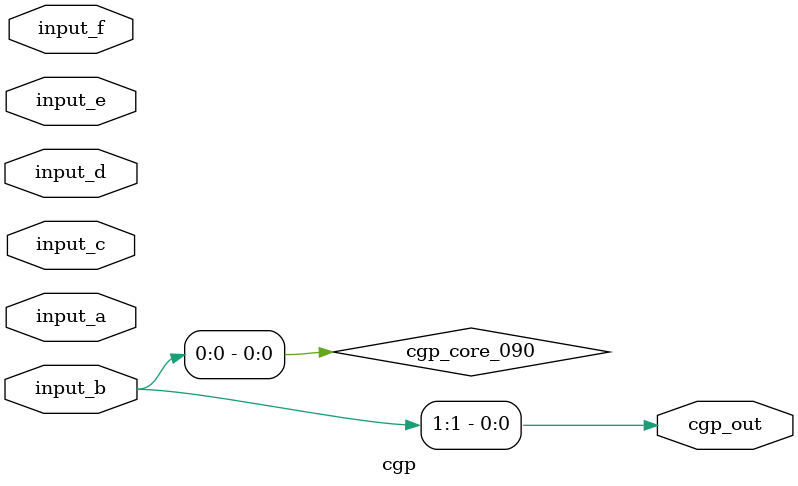
<source format=v>
module cgp(input [2:0] input_a, input [2:0] input_b, input [2:0] input_c, input [2:0] input_d, input [2:0] input_e, input [2:0] input_f, output [0:0] cgp_out);
  wire cgp_core_020;
  wire cgp_core_021;
  wire cgp_core_022;
  wire cgp_core_023;
  wire cgp_core_024;
  wire cgp_core_025;
  wire cgp_core_026;
  wire cgp_core_027;
  wire cgp_core_028;
  wire cgp_core_029;
  wire cgp_core_030;
  wire cgp_core_031;
  wire cgp_core_032;
  wire cgp_core_033;
  wire cgp_core_034;
  wire cgp_core_035;
  wire cgp_core_037;
  wire cgp_core_038;
  wire cgp_core_039;
  wire cgp_core_040;
  wire cgp_core_041;
  wire cgp_core_042;
  wire cgp_core_043;
  wire cgp_core_044;
  wire cgp_core_045;
  wire cgp_core_047;
  wire cgp_core_048;
  wire cgp_core_049;
  wire cgp_core_051;
  wire cgp_core_053;
  wire cgp_core_054;
  wire cgp_core_055_not;
  wire cgp_core_058_not;
  wire cgp_core_060_not;
  wire cgp_core_062;
  wire cgp_core_063;
  wire cgp_core_064;
  wire cgp_core_065;
  wire cgp_core_066;
  wire cgp_core_068;
  wire cgp_core_069;
  wire cgp_core_070;
  wire cgp_core_074_not;
  wire cgp_core_075;
  wire cgp_core_076;
  wire cgp_core_077;
  wire cgp_core_078;
  wire cgp_core_079;
  wire cgp_core_080;
  wire cgp_core_081;
  wire cgp_core_082;
  wire cgp_core_083;
  wire cgp_core_084;
  wire cgp_core_088_not;
  wire cgp_core_089;
  wire cgp_core_090;
  wire cgp_core_091;
  wire cgp_core_092;
  wire cgp_core_094;
  wire cgp_core_095_not;
  wire cgp_core_096;
  wire cgp_core_097;
  wire cgp_core_098;
  wire cgp_core_099;

  assign cgp_core_020 = input_c[0] ^ input_e[0];
  assign cgp_core_021 = input_c[0] & input_e[0];
  assign cgp_core_022 = input_c[1] & input_e[1];
  assign cgp_core_023 = input_c[1] & input_e[1];
  assign cgp_core_024 = cgp_core_022 ^ cgp_core_021;
  assign cgp_core_025 = cgp_core_022 & cgp_core_021;
  assign cgp_core_026 = cgp_core_023 | cgp_core_025;
  assign cgp_core_027 = input_c[2] ^ input_e[2];
  assign cgp_core_028 = input_c[2] & input_e[2];
  assign cgp_core_029 = cgp_core_027 ^ cgp_core_026;
  assign cgp_core_030 = cgp_core_027 & cgp_core_026;
  assign cgp_core_031 = cgp_core_028 | cgp_core_030;
  assign cgp_core_032 = input_a[0] ^ cgp_core_020;
  assign cgp_core_033 = input_a[0] & cgp_core_020;
  assign cgp_core_034 = input_a[1] ^ cgp_core_024;
  assign cgp_core_035 = input_a[1] & cgp_core_024;
  assign cgp_core_037 = cgp_core_034 & cgp_core_033;
  assign cgp_core_038 = ~cgp_core_035;
  assign cgp_core_039 = input_a[2] ^ cgp_core_029;
  assign cgp_core_040 = input_a[2] & cgp_core_029;
  assign cgp_core_041 = input_e[1] ^ cgp_core_038;
  assign cgp_core_042 = cgp_core_039 & cgp_core_038;
  assign cgp_core_043 = input_d[0] | input_b[1];
  assign cgp_core_044 = cgp_core_031 ^ cgp_core_043;
  assign cgp_core_045 = cgp_core_031 & cgp_core_043;
  assign cgp_core_047 = input_d[0] & input_b[1];
  assign cgp_core_048 = input_d[1] ^ input_f[1];
  assign cgp_core_049 = input_d[1] & input_f[1];
  assign cgp_core_051 = cgp_core_048 & cgp_core_047;
  assign cgp_core_053 = input_d[2] ^ input_f[2];
  assign cgp_core_054 = input_d[2] & input_f[2];
  assign cgp_core_055_not = ~cgp_core_053;
  assign cgp_core_058_not = ~input_b[0];
  assign cgp_core_060_not = ~input_b[1];
  assign cgp_core_062 = ~(cgp_core_060_not | input_b[0]);
  assign cgp_core_063 = cgp_core_060_not & input_b[0];
  assign cgp_core_064 = input_b[1] | cgp_core_063;
  assign cgp_core_065 = input_b[2] ^ cgp_core_055_not;
  assign cgp_core_066 = input_b[2] & cgp_core_055_not;
  assign cgp_core_068 = cgp_core_065 & cgp_core_064;
  assign cgp_core_069 = cgp_core_066 | cgp_core_068;
  assign cgp_core_070 = cgp_core_054 ^ cgp_core_069;
  assign cgp_core_074_not = ~cgp_core_045;
  assign cgp_core_075 = ~cgp_core_070;
  assign cgp_core_076 = cgp_core_044 & cgp_core_075;
  assign cgp_core_077 = cgp_core_076 & cgp_core_074_not;
  assign cgp_core_078 = ~(cgp_core_044 ^ cgp_core_070);
  assign cgp_core_079 = cgp_core_078 & cgp_core_074_not;
  assign cgp_core_080 = ~cgp_core_065;
  assign cgp_core_081 = cgp_core_041 & cgp_core_080;
  assign cgp_core_082 = cgp_core_081 & cgp_core_079;
  assign cgp_core_083 = ~cgp_core_041;
  assign cgp_core_084 = cgp_core_083 & input_d[1];
  assign cgp_core_088_not = ~cgp_core_062;
  assign cgp_core_089 = cgp_core_088_not & cgp_core_084;
  assign cgp_core_090 = ~cgp_core_058_not;
  assign cgp_core_091 = cgp_core_032 & cgp_core_090;
  assign cgp_core_092 = cgp_core_091 & cgp_core_089;
  assign cgp_core_094 = input_b[1] & cgp_core_089;
  assign cgp_core_095_not = ~cgp_core_082;
  assign cgp_core_096 = cgp_core_092 | input_c[0];
  assign cgp_core_097 = cgp_core_045 | cgp_core_094;
  assign cgp_core_098 = cgp_core_077 | input_e[1];
  assign cgp_core_099 = cgp_core_096 | cgp_core_098;

  assign cgp_out[0] = input_b[1];
endmodule
</source>
